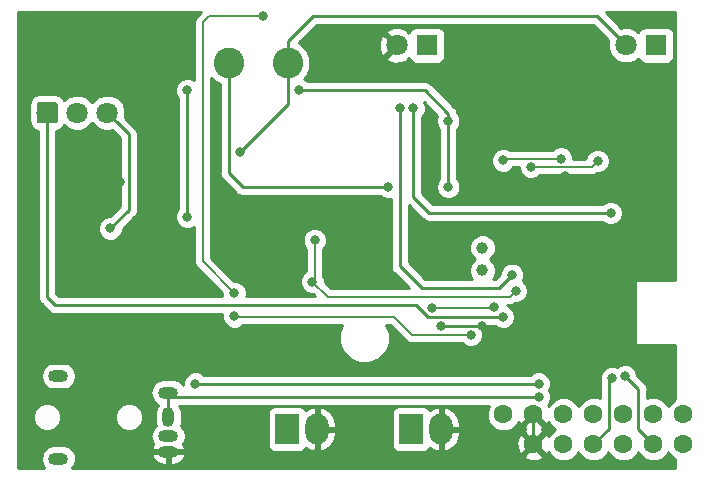
<source format=gbl>
G04 #@! TF.GenerationSoftware,KiCad,Pcbnew,5.0.2-bee76a0~70~ubuntu16.04.1*
G04 #@! TF.CreationDate,2019-02-21T17:51:56+05:30*
G04 #@! TF.ProjectId,senseBe_rev2,73656e73-6542-4655-9f72-6576322e6b69,rev?*
G04 #@! TF.SameCoordinates,Original*
G04 #@! TF.FileFunction,Copper,L2,Bot*
G04 #@! TF.FilePolarity,Positive*
%FSLAX46Y46*%
G04 Gerber Fmt 4.6, Leading zero omitted, Abs format (unit mm)*
G04 Created by KiCad (PCBNEW 5.0.2-bee76a0~70~ubuntu16.04.1) date Thu Feb 21 17:51:56 2019*
%MOMM*%
%LPD*%
G01*
G04 APERTURE LIST*
G04 #@! TA.AperFunction,ComponentPad*
%ADD10R,2.000000X2.600000*%
G04 #@! TD*
G04 #@! TA.AperFunction,ComponentPad*
%ADD11O,2.000000X2.600000*%
G04 #@! TD*
G04 #@! TA.AperFunction,ComponentPad*
%ADD12C,2.600000*%
G04 #@! TD*
G04 #@! TA.AperFunction,Conductor*
%ADD13C,0.100000*%
G04 #@! TD*
G04 #@! TA.AperFunction,ComponentPad*
%ADD14C,1.800000*%
G04 #@! TD*
G04 #@! TA.AperFunction,ComponentPad*
%ADD15R,1.800000X1.800000*%
G04 #@! TD*
G04 #@! TA.AperFunction,ComponentPad*
%ADD16O,1.700000X1.000000*%
G04 #@! TD*
G04 #@! TA.AperFunction,ComponentPad*
%ADD17O,1.000000X1.700000*%
G04 #@! TD*
G04 #@! TA.AperFunction,WasherPad*
%ADD18C,1.600000*%
G04 #@! TD*
G04 #@! TA.AperFunction,ComponentPad*
%ADD19C,1.600000*%
G04 #@! TD*
G04 #@! TA.AperFunction,ComponentPad*
%ADD20C,1.000000*%
G04 #@! TD*
G04 #@! TA.AperFunction,ViaPad*
%ADD21C,0.800000*%
G04 #@! TD*
G04 #@! TA.AperFunction,Conductor*
%ADD22C,0.250000*%
G04 #@! TD*
G04 #@! TA.AperFunction,Conductor*
%ADD23C,0.150000*%
G04 #@! TD*
G04 #@! TA.AperFunction,Conductor*
%ADD24C,0.254000*%
G04 #@! TD*
G04 APERTURE END LIST*
D10*
G04 #@! TO.P,SW2,1*
G04 #@! TO.N,/BUTTON*
X33960000Y-36000000D03*
D11*
G04 #@! TO.P,SW2,2*
G04 #@! TO.N,GND*
X36500000Y-36000000D03*
G04 #@! TD*
D10*
G04 #@! TO.P,BT1,1*
G04 #@! TO.N,Net-(BT1-Pad1)*
X23460000Y-36000000D03*
D11*
G04 #@! TO.P,BT1,2*
G04 #@! TO.N,GND*
X26000000Y-36000000D03*
G04 #@! TD*
D12*
G04 #@! TO.P,L3,1*
G04 #@! TO.N,Net-(L3-Pad1)*
X18500000Y-5000000D03*
G04 #@! TO.P,L3,2*
G04 #@! TO.N,/Sheet5C63BFE7/VLED*
X23500000Y-5000000D03*
G04 #@! TD*
D13*
G04 #@! TO.N,/RX_OUT*
G04 #@! TO.C,U2*
G36*
X3824324Y-8301205D02*
X3848612Y-8304808D01*
X3872429Y-8310774D01*
X3895547Y-8319045D01*
X3917743Y-8329543D01*
X3938804Y-8342166D01*
X3958525Y-8356793D01*
X3976718Y-8373282D01*
X3993207Y-8391475D01*
X4007834Y-8411196D01*
X4020457Y-8432257D01*
X4030955Y-8454453D01*
X4039226Y-8477571D01*
X4045192Y-8501388D01*
X4048795Y-8525676D01*
X4050000Y-8550200D01*
X4050000Y-9849800D01*
X4048795Y-9874324D01*
X4045192Y-9898612D01*
X4039226Y-9922429D01*
X4030955Y-9945547D01*
X4020457Y-9967743D01*
X4007834Y-9988804D01*
X3993207Y-10008525D01*
X3976718Y-10026718D01*
X3958525Y-10043207D01*
X3938804Y-10057834D01*
X3917743Y-10070457D01*
X3895547Y-10080955D01*
X3872429Y-10089226D01*
X3848612Y-10095192D01*
X3824324Y-10098795D01*
X3799800Y-10100000D01*
X2500200Y-10100000D01*
X2475676Y-10098795D01*
X2451388Y-10095192D01*
X2427571Y-10089226D01*
X2404453Y-10080955D01*
X2382257Y-10070457D01*
X2361196Y-10057834D01*
X2341475Y-10043207D01*
X2323282Y-10026718D01*
X2306793Y-10008525D01*
X2292166Y-9988804D01*
X2279543Y-9967743D01*
X2269045Y-9945547D01*
X2260774Y-9922429D01*
X2254808Y-9898612D01*
X2251205Y-9874324D01*
X2250000Y-9849800D01*
X2250000Y-8550200D01*
X2251205Y-8525676D01*
X2254808Y-8501388D01*
X2260774Y-8477571D01*
X2269045Y-8454453D01*
X2279543Y-8432257D01*
X2292166Y-8411196D01*
X2306793Y-8391475D01*
X2323282Y-8373282D01*
X2341475Y-8356793D01*
X2361196Y-8342166D01*
X2382257Y-8329543D01*
X2404453Y-8319045D01*
X2427571Y-8310774D01*
X2451388Y-8304808D01*
X2475676Y-8301205D01*
X2500200Y-8300000D01*
X3799800Y-8300000D01*
X3824324Y-8301205D01*
X3824324Y-8301205D01*
G37*
D14*
G04 #@! TD*
G04 #@! TO.P,U2,1*
G04 #@! TO.N,/RX_OUT*
X3150000Y-9200000D03*
G04 #@! TO.P,U2,2*
G04 #@! TO.N,Net-(Q3-Pad1)*
X5690000Y-9200000D03*
G04 #@! TO.P,U2,3*
G04 #@! TO.N,VDD*
X8230000Y-9200000D03*
G04 #@! TD*
D15*
G04 #@! TO.P,D2,1*
G04 #@! TO.N,/LIGHT_SENSE*
X35300000Y-3500000D03*
D14*
G04 #@! TO.P,D2,2*
G04 #@! TO.N,GND*
X32760000Y-3500000D03*
G04 #@! TD*
G04 #@! TO.P,D3,2*
G04 #@! TO.N,/Sheet5C63BFE7/VLED*
X52160000Y-3500000D03*
D15*
G04 #@! TO.P,D3,1*
G04 #@! TO.N,Net-(D3-Pad1)*
X54700000Y-3500000D03*
G04 #@! TD*
D16*
G04 #@! TO.P,J1,1*
G04 #@! TO.N,GND*
X13400000Y-37900000D03*
D17*
G04 #@! TO.P,J1,2*
G04 #@! TO.N,/TRIGGER*
X13400000Y-35000000D03*
D16*
G04 #@! TO.P,J1,3*
G04 #@! TO.N,/FOCUS*
X13400000Y-36600000D03*
G04 #@! TO.P,J1,4*
G04 #@! TO.N,/TRIGGER*
X13400000Y-32900000D03*
G04 #@! TO.P,J1,*
G04 #@! TO.N,*
X4100000Y-38500000D03*
X4100000Y-31500000D03*
G04 #@! TD*
D18*
G04 #@! TO.P,P1,*
G04 #@! TO.N,*
X41780000Y-34730000D03*
X57020000Y-37270000D03*
D19*
G04 #@! TO.P,P1,1*
G04 #@! TO.N,/SWDIO*
X54480000Y-34730000D03*
G04 #@! TO.P,P1,3*
G04 #@! TO.N,/SWDCLK*
X51940000Y-34730000D03*
G04 #@! TO.P,P1,5*
G04 #@! TO.N,/RESET*
X49400000Y-34730000D03*
G04 #@! TO.P,P1,7*
G04 #@! TO.N,/GPIO2*
X46860000Y-34730000D03*
G04 #@! TO.P,P1,9*
G04 #@! TO.N,GND*
X44320000Y-34730000D03*
G04 #@! TO.P,P1,10*
X44320000Y-37270000D03*
G04 #@! TO.P,P1,8*
G04 #@! TO.N,/RX*
X46860000Y-37270000D03*
G04 #@! TO.P,P1,6*
G04 #@! TO.N,/GPIO1*
X49400000Y-37270000D03*
G04 #@! TO.P,P1,4*
G04 #@! TO.N,VDD*
X51940000Y-37270000D03*
G04 #@! TO.P,P1,2*
G04 #@! TO.N,/TX*
X54480000Y-37270000D03*
D18*
G04 #@! TO.P,P1,*
G04 #@! TO.N,*
X57020000Y-34730000D03*
G04 #@! TD*
D20*
G04 #@! TO.P,Y1,1*
G04 #@! TO.N,/LFCLK_XL1*
X40000000Y-20650000D03*
G04 #@! TO.P,Y1,2*
G04 #@! TO.N,/LFCLK_XL2*
X40000000Y-22550000D03*
G04 #@! TD*
D21*
G04 #@! TO.N,GND*
X46500000Y-22500000D03*
X50500000Y-27500000D03*
X50500000Y-22500000D03*
X46450000Y-27500000D03*
X23400000Y-23300000D03*
X37000000Y-20250000D03*
X43000000Y-30500000D03*
X44000000Y-30500000D03*
X43000000Y-29500000D03*
X43000000Y-19525000D03*
X44000000Y-19525000D03*
X43000000Y-20500000D03*
X55800000Y-31000000D03*
X55800000Y-31800000D03*
X55800000Y-18750000D03*
X55800000Y-17950000D03*
X55000000Y-17950000D03*
X55000000Y-18750000D03*
X48500000Y-25000000D03*
X52000000Y-25000000D03*
X53500000Y-22500000D03*
X54800000Y-21750000D03*
X55650000Y-21750000D03*
X55650000Y-22850000D03*
X54800000Y-22850000D03*
X22000000Y-31000000D03*
X27200000Y-17725000D03*
X47000000Y-14575000D03*
X50650000Y-16300000D03*
X50800000Y-9900000D03*
X38900000Y-12600000D03*
X39148708Y-15754740D03*
X39950000Y-27250000D03*
X36500000Y-27250000D03*
G04 #@! TO.N,VDD*
X8500000Y-19000000D03*
G04 #@! TO.N,/Sheet5C63BFE7/VLED*
X19500000Y-12500000D03*
G04 #@! TO.N,Net-(C11-Pad2)*
X37100000Y-15500000D03*
X24500000Y-7300000D03*
X15000000Y-7300000D03*
X15000000Y-18000000D03*
X37100000Y-9900000D03*
G04 #@! TO.N,/LIGHT_SENSE*
X50850000Y-17700000D03*
X34150000Y-8850000D03*
G04 #@! TO.N,Net-(D3-Pad1)*
X39000000Y-28000000D03*
X19000000Y-26450000D03*
X19000000Y-24500000D03*
X21450000Y-1000000D03*
G04 #@! TO.N,/TRIGGER*
X44750000Y-33250000D03*
G04 #@! TO.N,/FOCUS*
X44750000Y-32150000D03*
X15700000Y-32150000D03*
G04 #@! TO.N,Net-(L3-Pad1)*
X32000000Y-15500000D03*
G04 #@! TO.N,/GPIO1*
X50957653Y-31657653D03*
G04 #@! TO.N,/TX*
X52075000Y-31500000D03*
G04 #@! TO.N,/LED_GREEN*
X42800000Y-24300000D03*
X25600000Y-23500000D03*
X25800000Y-20000000D03*
G04 #@! TO.N,/IR_LED_EN*
X35700000Y-25750000D03*
X41000000Y-25650000D03*
G04 #@! TO.N,Net-(Q4-Pad6)*
X41750000Y-13250000D03*
X46650000Y-13100000D03*
G04 #@! TO.N,/PWR1*
X44100000Y-13800000D03*
X49750000Y-13300000D03*
G04 #@! TO.N,/LIGHT_SENSE_EN*
X42500000Y-22925000D03*
X33000000Y-8850000D03*
G04 #@! TO.N,/RX_OUT*
X41750000Y-26500000D03*
G04 #@! TO.N,GND*
X6586280Y-16357640D03*
X9319320Y-15036840D03*
G04 #@! TD*
D22*
G04 #@! TO.N,GND*
X44320000Y-35861370D02*
X44320000Y-37270000D01*
X44320000Y-34730000D02*
X44320000Y-35861370D01*
X43000000Y-30500000D02*
X44000000Y-30500000D01*
X43000000Y-19525000D02*
X44000000Y-19525000D01*
X43000000Y-19525000D02*
X43000000Y-20500000D01*
X43025000Y-20500000D02*
X44000000Y-19525000D01*
X43000000Y-20500000D02*
X43025000Y-20500000D01*
X43000000Y-30500000D02*
X43000000Y-29500000D01*
X44000000Y-30500000D02*
X43000000Y-29500000D01*
X55800000Y-31000000D02*
X55800000Y-31800000D01*
X55800000Y-18750000D02*
X55800000Y-17950000D01*
X55800000Y-17950000D02*
X55000000Y-17950000D01*
X55000000Y-17950000D02*
X55000000Y-18750000D01*
X55000000Y-18750000D02*
X55800000Y-18750000D01*
X44565685Y-19525000D02*
X45390685Y-20350000D01*
X44000000Y-19525000D02*
X44565685Y-19525000D01*
X45390685Y-21390685D02*
X46500000Y-22500000D01*
X45390685Y-20350000D02*
X45390685Y-21390685D01*
X46899999Y-22899999D02*
X50100001Y-22899999D01*
X50100001Y-22899999D02*
X50500000Y-22500000D01*
X46500000Y-22500000D02*
X46899999Y-22899999D01*
X46500000Y-27450000D02*
X46450000Y-27500000D01*
X46500000Y-22500000D02*
X46500000Y-27450000D01*
X47015685Y-27500000D02*
X50500000Y-27500000D01*
X46450000Y-27500000D02*
X47015685Y-27500000D01*
X48500000Y-25500000D02*
X48500000Y-25000000D01*
X50500000Y-27500000D02*
X48500000Y-25500000D01*
X48500000Y-25000000D02*
X52000000Y-25000000D01*
X50500000Y-22500000D02*
X53500000Y-22500000D01*
X54050000Y-22500000D02*
X54800000Y-21750000D01*
X53500000Y-22500000D02*
X54050000Y-22500000D01*
X54800000Y-21750000D02*
X55650000Y-21750000D01*
X55650000Y-21750000D02*
X55650000Y-22850000D01*
X55650000Y-22850000D02*
X54800000Y-22850000D01*
X37065685Y-27250000D02*
X39950000Y-27250000D01*
X36500000Y-27250000D02*
X37065685Y-27250000D01*
G04 #@! TO.N,/Sheet5C63BFE7/VLED*
X23500000Y-8500000D02*
X23500000Y-5000000D01*
X19500000Y-12500000D02*
X23500000Y-8500000D01*
X23500000Y-3161523D02*
X25661523Y-1000000D01*
X23500000Y-5000000D02*
X23500000Y-3161523D01*
X49660000Y-1000000D02*
X52160000Y-3500000D01*
X25661523Y-1000000D02*
X49660000Y-1000000D01*
G04 #@! TO.N,Net-(C11-Pad2)*
X35100000Y-7300000D02*
X24500000Y-7300000D01*
X37100000Y-9300000D02*
X35100000Y-7300000D01*
X15000000Y-7300000D02*
X15000000Y-18000000D01*
X37100000Y-9900000D02*
X37100000Y-9300000D01*
X37100000Y-15500000D02*
X37100000Y-9900000D01*
G04 #@! TO.N,/LIGHT_SENSE*
X50850000Y-17700000D02*
X35500000Y-17700000D01*
X34150000Y-16350000D02*
X34150000Y-8850000D01*
X35500000Y-17700000D02*
X34150000Y-16350000D01*
D23*
G04 #@! TO.N,Net-(D3-Pad1)*
X39000000Y-28000000D02*
X34000000Y-28000000D01*
X19024999Y-26474999D02*
X19000000Y-26450000D01*
X32474999Y-26474999D02*
X19024999Y-26474999D01*
X34000000Y-28000000D02*
X32474999Y-26474999D01*
X19000000Y-24500000D02*
X16300000Y-21800000D01*
X16300000Y-21800000D02*
X16300000Y-1550000D01*
X16300000Y-1550000D02*
X16850000Y-1000000D01*
X16850000Y-1000000D02*
X21450000Y-1000000D01*
D22*
G04 #@! TO.N,/TRIGGER*
X13750000Y-33250000D02*
X13400000Y-32900000D01*
X21800000Y-33250000D02*
X13750000Y-33250000D01*
X13400000Y-35000000D02*
X13400000Y-32900000D01*
X21800000Y-33250000D02*
X44750000Y-33250000D01*
G04 #@! TO.N,/FOCUS*
X44750000Y-32150000D02*
X15700000Y-32150000D01*
G04 #@! TO.N,Net-(L3-Pad1)*
X18500000Y-5000000D02*
X18500000Y-14300000D01*
X18500000Y-14300000D02*
X19700000Y-15500000D01*
X19700000Y-15500000D02*
X32000000Y-15500000D01*
G04 #@! TO.N,/GPIO1*
X49400000Y-37270000D02*
X50700000Y-35970000D01*
X50700000Y-31915306D02*
X50957653Y-31657653D01*
X50700000Y-35970000D02*
X50700000Y-31915306D01*
G04 #@! TO.N,/TX*
X53200000Y-35990000D02*
X54480000Y-37270000D01*
X53200000Y-34200000D02*
X53200000Y-35990000D01*
X53200000Y-32625000D02*
X52075000Y-31500000D01*
X53200000Y-34200000D02*
X53200000Y-32625000D01*
D23*
G04 #@! TO.N,/LED_GREEN*
X42800000Y-24300000D02*
X42300000Y-24800000D01*
X42300000Y-24800000D02*
X26900000Y-24800000D01*
X26900000Y-24800000D02*
X25600000Y-23500000D01*
X25800000Y-23300000D02*
X25600000Y-23500000D01*
X25800000Y-20000000D02*
X25800000Y-23300000D01*
G04 #@! TO.N,/IR_LED_EN*
X40900000Y-25750000D02*
X41000000Y-25650000D01*
X35700000Y-25750000D02*
X40900000Y-25750000D01*
G04 #@! TO.N,Net-(Q4-Pad6)*
X41900000Y-13100000D02*
X41750000Y-13250000D01*
X46650000Y-13100000D02*
X41900000Y-13100000D01*
G04 #@! TO.N,/PWR1*
X49250000Y-13800000D02*
X49750000Y-13300000D01*
X44100000Y-13800000D02*
X49250000Y-13800000D01*
D22*
G04 #@! TO.N,/LIGHT_SENSE_EN*
X42500000Y-22925000D02*
X41375000Y-24050000D01*
X41375000Y-24050000D02*
X34850000Y-24050000D01*
X34850000Y-24050000D02*
X33000000Y-22200000D01*
X33000000Y-22200000D02*
X33000000Y-8850000D01*
G04 #@! TO.N,/RX_OUT*
X35376998Y-26500000D02*
X34376998Y-25500000D01*
X41750000Y-26500000D02*
X35376998Y-26500000D01*
X34376998Y-25500000D02*
X3800000Y-25500000D01*
X3150000Y-24850000D02*
X3150000Y-9200000D01*
X3800000Y-25500000D02*
X3150000Y-24850000D01*
G04 #@! TO.N,GND*
X26000000Y-37550000D02*
X26000000Y-36000000D01*
X25650000Y-37900000D02*
X26000000Y-37550000D01*
X13400000Y-37900000D02*
X25650000Y-37900000D01*
X6586280Y-16357640D02*
X7907080Y-15036840D01*
X7907080Y-15036840D02*
X9319320Y-15036840D01*
G04 #@! TO.N,VDD*
X9129999Y-10099999D02*
X8230000Y-9200000D01*
X10044322Y-11014322D02*
X9129999Y-10099999D01*
X8500000Y-19000000D02*
X10044322Y-17455678D01*
X10044322Y-17455678D02*
X10044322Y-11014322D01*
G04 #@! TD*
D24*
G04 #@! TO.N,GND*
G36*
X15847402Y-998508D02*
X15788120Y-1038119D01*
X15748510Y-1097400D01*
X15631196Y-1272972D01*
X15576091Y-1550000D01*
X15590001Y-1619929D01*
X15590001Y-6426290D01*
X15586280Y-6422569D01*
X15205874Y-6265000D01*
X14794126Y-6265000D01*
X14413720Y-6422569D01*
X14122569Y-6713720D01*
X13965000Y-7094126D01*
X13965000Y-7505874D01*
X14122569Y-7886280D01*
X14240000Y-8003711D01*
X14240001Y-17296288D01*
X14122569Y-17413720D01*
X13965000Y-17794126D01*
X13965000Y-18205874D01*
X14122569Y-18586280D01*
X14413720Y-18877431D01*
X14794126Y-19035000D01*
X15205874Y-19035000D01*
X15586280Y-18877431D01*
X15590000Y-18873711D01*
X15590000Y-21730076D01*
X15576091Y-21800000D01*
X15590000Y-21869924D01*
X15590000Y-21869925D01*
X15631195Y-22077027D01*
X15788119Y-22311880D01*
X15847402Y-22351492D01*
X17965000Y-24469092D01*
X17965000Y-24705874D01*
X17979135Y-24740000D01*
X4114802Y-24740000D01*
X3910000Y-24535199D01*
X3910000Y-10725520D01*
X4143312Y-10679111D01*
X4434527Y-10484527D01*
X4582401Y-10263218D01*
X4820493Y-10501310D01*
X5384670Y-10735000D01*
X5995330Y-10735000D01*
X6559507Y-10501310D01*
X6960000Y-10100817D01*
X7360493Y-10501310D01*
X7924670Y-10735000D01*
X8535330Y-10735000D01*
X8644838Y-10689640D01*
X8645526Y-10690328D01*
X8645529Y-10690330D01*
X9284323Y-11329125D01*
X9284322Y-17140876D01*
X8460199Y-17965000D01*
X8294126Y-17965000D01*
X7913720Y-18122569D01*
X7622569Y-18413720D01*
X7465000Y-18794126D01*
X7465000Y-19205874D01*
X7622569Y-19586280D01*
X7913720Y-19877431D01*
X8294126Y-20035000D01*
X8705874Y-20035000D01*
X9086280Y-19877431D01*
X9377431Y-19586280D01*
X9535000Y-19205874D01*
X9535000Y-19039801D01*
X10528795Y-18046007D01*
X10592251Y-18003607D01*
X10760226Y-17752215D01*
X10804322Y-17530530D01*
X10804322Y-17530526D01*
X10819210Y-17455679D01*
X10804322Y-17380832D01*
X10804322Y-11089169D01*
X10819210Y-11014322D01*
X10804322Y-10939475D01*
X10804322Y-10939470D01*
X10760226Y-10717785D01*
X10592251Y-10466393D01*
X10528795Y-10423993D01*
X9720330Y-9615529D01*
X9720328Y-9615526D01*
X9719640Y-9614838D01*
X9765000Y-9505330D01*
X9765000Y-8894670D01*
X9531310Y-8330493D01*
X9099507Y-7898690D01*
X8535330Y-7665000D01*
X7924670Y-7665000D01*
X7360493Y-7898690D01*
X6960000Y-8299183D01*
X6559507Y-7898690D01*
X5995330Y-7665000D01*
X5384670Y-7665000D01*
X4820493Y-7898690D01*
X4582401Y-8136782D01*
X4434527Y-7915473D01*
X4143312Y-7720889D01*
X3799800Y-7652560D01*
X2500200Y-7652560D01*
X2156688Y-7720889D01*
X1865473Y-7915473D01*
X1670889Y-8206688D01*
X1602560Y-8550200D01*
X1602560Y-9849800D01*
X1670889Y-10193312D01*
X1865473Y-10484527D01*
X2156688Y-10679111D01*
X2390001Y-10725520D01*
X2390000Y-24775153D01*
X2375112Y-24850000D01*
X2390000Y-24924847D01*
X2390000Y-24924851D01*
X2434096Y-25146536D01*
X2602071Y-25397929D01*
X2665530Y-25440331D01*
X3209670Y-25984472D01*
X3252071Y-26047929D01*
X3315527Y-26090329D01*
X3503462Y-26215904D01*
X3551605Y-26225480D01*
X3725148Y-26260000D01*
X3725152Y-26260000D01*
X3800000Y-26274888D01*
X3874848Y-26260000D01*
X17965000Y-26260000D01*
X17965000Y-26655874D01*
X18122569Y-27036280D01*
X18413720Y-27327431D01*
X18794126Y-27485000D01*
X19205874Y-27485000D01*
X19586280Y-27327431D01*
X19728712Y-27184999D01*
X28130230Y-27184999D01*
X27865000Y-27825322D01*
X27865000Y-28674678D01*
X28190034Y-29459380D01*
X28790620Y-30059966D01*
X29575322Y-30385000D01*
X30424678Y-30385000D01*
X31209380Y-30059966D01*
X31809966Y-29459380D01*
X32135000Y-28674678D01*
X32135000Y-27825322D01*
X31869770Y-27184999D01*
X32180909Y-27184999D01*
X33448508Y-28452599D01*
X33488119Y-28511881D01*
X33722972Y-28668805D01*
X33930074Y-28710000D01*
X33930078Y-28710000D01*
X33999999Y-28723908D01*
X34069920Y-28710000D01*
X38246289Y-28710000D01*
X38413720Y-28877431D01*
X38794126Y-29035000D01*
X39205874Y-29035000D01*
X39586280Y-28877431D01*
X39877431Y-28586280D01*
X40035000Y-28205874D01*
X40035000Y-27794126D01*
X39877431Y-27413720D01*
X39723711Y-27260000D01*
X41046289Y-27260000D01*
X41163720Y-27377431D01*
X41544126Y-27535000D01*
X41955874Y-27535000D01*
X42336280Y-27377431D01*
X42627431Y-27086280D01*
X42785000Y-26705874D01*
X42785000Y-26294126D01*
X42627431Y-25913720D01*
X42336280Y-25622569D01*
X42064514Y-25510000D01*
X42230076Y-25510000D01*
X42300000Y-25523909D01*
X42369924Y-25510000D01*
X42369926Y-25510000D01*
X42577028Y-25468805D01*
X42777281Y-25335000D01*
X43005874Y-25335000D01*
X43386280Y-25177431D01*
X43677431Y-24886280D01*
X43835000Y-24505874D01*
X43835000Y-24094126D01*
X43677431Y-23713720D01*
X43406006Y-23442295D01*
X43535000Y-23130874D01*
X43535000Y-22719126D01*
X43377431Y-22338720D01*
X43086280Y-22047569D01*
X42705874Y-21890000D01*
X42294126Y-21890000D01*
X41913720Y-22047569D01*
X41622569Y-22338720D01*
X41465000Y-22719126D01*
X41465000Y-22885198D01*
X41060199Y-23290000D01*
X40865133Y-23290000D01*
X40962207Y-23192926D01*
X41135000Y-22775766D01*
X41135000Y-22324234D01*
X40962207Y-21907074D01*
X40655133Y-21600000D01*
X40962207Y-21292926D01*
X41135000Y-20875766D01*
X41135000Y-20424234D01*
X40962207Y-20007074D01*
X40642926Y-19687793D01*
X40225766Y-19515000D01*
X39774234Y-19515000D01*
X39357074Y-19687793D01*
X39037793Y-20007074D01*
X38865000Y-20424234D01*
X38865000Y-20875766D01*
X39037793Y-21292926D01*
X39344867Y-21600000D01*
X39037793Y-21907074D01*
X38865000Y-22324234D01*
X38865000Y-22775766D01*
X39037793Y-23192926D01*
X39134867Y-23290000D01*
X35164802Y-23290000D01*
X33760000Y-21885199D01*
X33760000Y-17034801D01*
X34909673Y-18184476D01*
X34952071Y-18247929D01*
X35015524Y-18290327D01*
X35015526Y-18290329D01*
X35140902Y-18374102D01*
X35203463Y-18415904D01*
X35425148Y-18460000D01*
X35425152Y-18460000D01*
X35499999Y-18474888D01*
X35574846Y-18460000D01*
X50146289Y-18460000D01*
X50263720Y-18577431D01*
X50644126Y-18735000D01*
X51055874Y-18735000D01*
X51436280Y-18577431D01*
X51727431Y-18286280D01*
X51885000Y-17905874D01*
X51885000Y-17494126D01*
X51727431Y-17113720D01*
X51436280Y-16822569D01*
X51055874Y-16665000D01*
X50644126Y-16665000D01*
X50263720Y-16822569D01*
X50146289Y-16940000D01*
X35814803Y-16940000D01*
X34910000Y-16035199D01*
X34910000Y-9553711D01*
X35027431Y-9436280D01*
X35185000Y-9055874D01*
X35185000Y-8644126D01*
X35054663Y-8329464D01*
X36168779Y-9443581D01*
X36065000Y-9694126D01*
X36065000Y-10105874D01*
X36222569Y-10486280D01*
X36340001Y-10603712D01*
X36340000Y-14796289D01*
X36222569Y-14913720D01*
X36065000Y-15294126D01*
X36065000Y-15705874D01*
X36222569Y-16086280D01*
X36513720Y-16377431D01*
X36894126Y-16535000D01*
X37305874Y-16535000D01*
X37686280Y-16377431D01*
X37977431Y-16086280D01*
X38135000Y-15705874D01*
X38135000Y-15294126D01*
X37977431Y-14913720D01*
X37860000Y-14796289D01*
X37860000Y-13044126D01*
X40715000Y-13044126D01*
X40715000Y-13455874D01*
X40872569Y-13836280D01*
X41163720Y-14127431D01*
X41544126Y-14285000D01*
X41955874Y-14285000D01*
X42336280Y-14127431D01*
X42627431Y-13836280D01*
X42638317Y-13810000D01*
X43065000Y-13810000D01*
X43065000Y-14005874D01*
X43222569Y-14386280D01*
X43513720Y-14677431D01*
X43894126Y-14835000D01*
X44305874Y-14835000D01*
X44686280Y-14677431D01*
X44853711Y-14510000D01*
X49180076Y-14510000D01*
X49250000Y-14523909D01*
X49319924Y-14510000D01*
X49319926Y-14510000D01*
X49527028Y-14468805D01*
X49727281Y-14335000D01*
X49955874Y-14335000D01*
X50336280Y-14177431D01*
X50627431Y-13886280D01*
X50785000Y-13505874D01*
X50785000Y-13094126D01*
X50627431Y-12713720D01*
X50336280Y-12422569D01*
X49955874Y-12265000D01*
X49544126Y-12265000D01*
X49163720Y-12422569D01*
X48872569Y-12713720D01*
X48716709Y-13090000D01*
X47685000Y-13090000D01*
X47685000Y-12894126D01*
X47527431Y-12513720D01*
X47236280Y-12222569D01*
X46855874Y-12065000D01*
X46444126Y-12065000D01*
X46063720Y-12222569D01*
X45896289Y-12390000D01*
X42353711Y-12390000D01*
X42336280Y-12372569D01*
X41955874Y-12215000D01*
X41544126Y-12215000D01*
X41163720Y-12372569D01*
X40872569Y-12663720D01*
X40715000Y-13044126D01*
X37860000Y-13044126D01*
X37860000Y-10603711D01*
X37977431Y-10486280D01*
X38135000Y-10105874D01*
X38135000Y-9694126D01*
X37977431Y-9313720D01*
X37852834Y-9189123D01*
X37815904Y-9003463D01*
X37647929Y-8752071D01*
X37584473Y-8709671D01*
X35690331Y-6815530D01*
X35647929Y-6752071D01*
X35396537Y-6584096D01*
X35174852Y-6540000D01*
X35174847Y-6540000D01*
X35100000Y-6525112D01*
X35025153Y-6540000D01*
X25203711Y-6540000D01*
X25086280Y-6422569D01*
X24893703Y-6342801D01*
X25140414Y-6096090D01*
X25435000Y-5384895D01*
X25435000Y-4615105D01*
X25140414Y-3903910D01*
X24596090Y-3359586D01*
X24440985Y-3295339D01*
X24476988Y-3259336D01*
X31213542Y-3259336D01*
X31239161Y-3869460D01*
X31423357Y-4314148D01*
X31679841Y-4400554D01*
X32580395Y-3500000D01*
X31679841Y-2599446D01*
X31423357Y-2685852D01*
X31213542Y-3259336D01*
X24476988Y-3259336D01*
X25316483Y-2419841D01*
X31859446Y-2419841D01*
X32760000Y-3320395D01*
X32774143Y-3306253D01*
X32953748Y-3485858D01*
X32939605Y-3500000D01*
X32953748Y-3514143D01*
X32774143Y-3693748D01*
X32760000Y-3679605D01*
X31859446Y-4580159D01*
X31945852Y-4836643D01*
X32519336Y-5046458D01*
X33129460Y-5020839D01*
X33574148Y-4836643D01*
X33660553Y-4580161D01*
X33775110Y-4694718D01*
X33809942Y-4659886D01*
X33942191Y-4857809D01*
X34152235Y-4998157D01*
X34400000Y-5047440D01*
X36200000Y-5047440D01*
X36447765Y-4998157D01*
X36657809Y-4857809D01*
X36798157Y-4647765D01*
X36847440Y-4400000D01*
X36847440Y-2600000D01*
X36798157Y-2352235D01*
X36657809Y-2142191D01*
X36447765Y-2001843D01*
X36200000Y-1952560D01*
X34400000Y-1952560D01*
X34152235Y-2001843D01*
X33942191Y-2142191D01*
X33809942Y-2340114D01*
X33775110Y-2305282D01*
X33660553Y-2419839D01*
X33574148Y-2163357D01*
X33000664Y-1953542D01*
X32390540Y-1979161D01*
X31945852Y-2163357D01*
X31859446Y-2419841D01*
X25316483Y-2419841D01*
X25976325Y-1760000D01*
X49345199Y-1760000D01*
X50670360Y-3085162D01*
X50625000Y-3194670D01*
X50625000Y-3805330D01*
X50858690Y-4369507D01*
X51290493Y-4801310D01*
X51854670Y-5035000D01*
X52465330Y-5035000D01*
X53029507Y-4801310D01*
X53198725Y-4632092D01*
X53201843Y-4647765D01*
X53342191Y-4857809D01*
X53552235Y-4998157D01*
X53800000Y-5047440D01*
X55600000Y-5047440D01*
X55847765Y-4998157D01*
X56057809Y-4857809D01*
X56198157Y-4647765D01*
X56247440Y-4400000D01*
X56247440Y-2600000D01*
X56198157Y-2352235D01*
X56057809Y-2142191D01*
X55847765Y-2001843D01*
X55600000Y-1952560D01*
X53800000Y-1952560D01*
X53552235Y-2001843D01*
X53342191Y-2142191D01*
X53201843Y-2352235D01*
X53198725Y-2367908D01*
X53029507Y-2198690D01*
X52465330Y-1965000D01*
X51854670Y-1965000D01*
X51745162Y-2010360D01*
X50444801Y-710000D01*
X56323000Y-710000D01*
X56323000Y-23373000D01*
X53000000Y-23373000D01*
X52951399Y-23382667D01*
X52910197Y-23410197D01*
X52882667Y-23451399D01*
X52873000Y-23500000D01*
X52873000Y-28750000D01*
X52882667Y-28798601D01*
X52910197Y-28839803D01*
X52951399Y-28867333D01*
X53000000Y-28877000D01*
X56323000Y-28877000D01*
X56323000Y-33465474D01*
X56207138Y-33513466D01*
X55803466Y-33917138D01*
X55750000Y-34046216D01*
X55696534Y-33917138D01*
X55292862Y-33513466D01*
X54765439Y-33295000D01*
X54194561Y-33295000D01*
X53960000Y-33392158D01*
X53960000Y-32699846D01*
X53974888Y-32624999D01*
X53960000Y-32550152D01*
X53960000Y-32550148D01*
X53915904Y-32328463D01*
X53747929Y-32077071D01*
X53684473Y-32034671D01*
X53110000Y-31460199D01*
X53110000Y-31294126D01*
X52952431Y-30913720D01*
X52661280Y-30622569D01*
X52280874Y-30465000D01*
X51869126Y-30465000D01*
X51488720Y-30622569D01*
X51393414Y-30717875D01*
X51163527Y-30622653D01*
X50751779Y-30622653D01*
X50371373Y-30780222D01*
X50080222Y-31071373D01*
X49922653Y-31451779D01*
X49922653Y-31863527D01*
X49931272Y-31884336D01*
X49925112Y-31915306D01*
X49940001Y-31990158D01*
X49940001Y-33400443D01*
X49685439Y-33295000D01*
X49114561Y-33295000D01*
X48587138Y-33513466D01*
X48183466Y-33917138D01*
X48130000Y-34046216D01*
X48076534Y-33917138D01*
X47672862Y-33513466D01*
X47145439Y-33295000D01*
X46574561Y-33295000D01*
X46047138Y-33513466D01*
X45643466Y-33917138D01*
X45596475Y-34030583D01*
X45573864Y-33975995D01*
X45507658Y-33956053D01*
X45627431Y-33836280D01*
X45785000Y-33455874D01*
X45785000Y-33044126D01*
X45642459Y-32700000D01*
X45785000Y-32355874D01*
X45785000Y-31944126D01*
X45627431Y-31563720D01*
X45336280Y-31272569D01*
X44955874Y-31115000D01*
X44544126Y-31115000D01*
X44163720Y-31272569D01*
X44046289Y-31390000D01*
X16403711Y-31390000D01*
X16286280Y-31272569D01*
X15905874Y-31115000D01*
X15494126Y-31115000D01*
X15113720Y-31272569D01*
X14822569Y-31563720D01*
X14665000Y-31944126D01*
X14665000Y-32226449D01*
X14568289Y-32081711D01*
X14192855Y-31830854D01*
X13861783Y-31765000D01*
X12938217Y-31765000D01*
X12607145Y-31830854D01*
X12231711Y-32081711D01*
X11980854Y-32457145D01*
X11892765Y-32900000D01*
X11980854Y-33342855D01*
X12231711Y-33718289D01*
X12526075Y-33914977D01*
X12330854Y-34207145D01*
X12265000Y-34538217D01*
X12265000Y-35461782D01*
X12317266Y-35724545D01*
X12231711Y-35781711D01*
X11980854Y-36157145D01*
X11892765Y-36600000D01*
X11980854Y-37042855D01*
X12123616Y-37256514D01*
X11955881Y-37598126D01*
X12082046Y-37773000D01*
X13273000Y-37773000D01*
X13273000Y-37753000D01*
X13527000Y-37753000D01*
X13527000Y-37773000D01*
X14717954Y-37773000D01*
X14844119Y-37598126D01*
X14676384Y-37256514D01*
X14819146Y-37042855D01*
X14907235Y-36600000D01*
X14819146Y-36157145D01*
X14568289Y-35781711D01*
X14482734Y-35724545D01*
X14535000Y-35461783D01*
X14535000Y-34700000D01*
X21812560Y-34700000D01*
X21812560Y-37300000D01*
X21861843Y-37547765D01*
X22002191Y-37757809D01*
X22212235Y-37898157D01*
X22460000Y-37947440D01*
X24460000Y-37947440D01*
X24707765Y-37898157D01*
X24917809Y-37757809D01*
X25025099Y-37597240D01*
X25491645Y-37859144D01*
X25619566Y-37890124D01*
X25873000Y-37770777D01*
X25873000Y-36127000D01*
X26127000Y-36127000D01*
X26127000Y-37770777D01*
X26380434Y-37890124D01*
X26508355Y-37859144D01*
X27066317Y-37545922D01*
X27461942Y-37043020D01*
X27635000Y-36427000D01*
X27635000Y-36127000D01*
X26127000Y-36127000D01*
X25873000Y-36127000D01*
X25853000Y-36127000D01*
X25853000Y-35873000D01*
X25873000Y-35873000D01*
X25873000Y-34229223D01*
X26127000Y-34229223D01*
X26127000Y-35873000D01*
X27635000Y-35873000D01*
X27635000Y-35573000D01*
X27461942Y-34956980D01*
X27259780Y-34700000D01*
X32312560Y-34700000D01*
X32312560Y-37300000D01*
X32361843Y-37547765D01*
X32502191Y-37757809D01*
X32712235Y-37898157D01*
X32960000Y-37947440D01*
X34960000Y-37947440D01*
X35207765Y-37898157D01*
X35417809Y-37757809D01*
X35525099Y-37597240D01*
X35991645Y-37859144D01*
X36119566Y-37890124D01*
X36373000Y-37770777D01*
X36373000Y-36127000D01*
X36627000Y-36127000D01*
X36627000Y-37770777D01*
X36880434Y-37890124D01*
X37008355Y-37859144D01*
X37566317Y-37545922D01*
X37953915Y-37053223D01*
X42873035Y-37053223D01*
X42900222Y-37623454D01*
X43066136Y-38024005D01*
X43312255Y-38098139D01*
X44140395Y-37270000D01*
X43312255Y-36441861D01*
X43066136Y-36515995D01*
X42873035Y-37053223D01*
X37953915Y-37053223D01*
X37961942Y-37043020D01*
X38135000Y-36427000D01*
X38135000Y-36127000D01*
X36627000Y-36127000D01*
X36373000Y-36127000D01*
X36353000Y-36127000D01*
X36353000Y-35873000D01*
X36373000Y-35873000D01*
X36373000Y-34229223D01*
X36627000Y-34229223D01*
X36627000Y-35873000D01*
X38135000Y-35873000D01*
X38135000Y-35573000D01*
X37961942Y-34956980D01*
X37566317Y-34454078D01*
X37008355Y-34140856D01*
X36880434Y-34109876D01*
X36627000Y-34229223D01*
X36373000Y-34229223D01*
X36119566Y-34109876D01*
X35991645Y-34140856D01*
X35525099Y-34402760D01*
X35417809Y-34242191D01*
X35207765Y-34101843D01*
X34960000Y-34052560D01*
X32960000Y-34052560D01*
X32712235Y-34101843D01*
X32502191Y-34242191D01*
X32361843Y-34452235D01*
X32312560Y-34700000D01*
X27259780Y-34700000D01*
X27066317Y-34454078D01*
X26508355Y-34140856D01*
X26380434Y-34109876D01*
X26127000Y-34229223D01*
X25873000Y-34229223D01*
X25619566Y-34109876D01*
X25491645Y-34140856D01*
X25025099Y-34402760D01*
X24917809Y-34242191D01*
X24707765Y-34101843D01*
X24460000Y-34052560D01*
X22460000Y-34052560D01*
X22212235Y-34101843D01*
X22002191Y-34242191D01*
X21861843Y-34452235D01*
X21812560Y-34700000D01*
X14535000Y-34700000D01*
X14535000Y-34538218D01*
X14469146Y-34207145D01*
X14337418Y-34010000D01*
X40525001Y-34010000D01*
X40345000Y-34444561D01*
X40345000Y-35015439D01*
X40563466Y-35542862D01*
X40967138Y-35946534D01*
X41494561Y-36165000D01*
X42065439Y-36165000D01*
X42592862Y-35946534D01*
X42801651Y-35737745D01*
X43491861Y-35737745D01*
X43565995Y-35983864D01*
X43607709Y-35998858D01*
X43565995Y-36016136D01*
X43491861Y-36262255D01*
X44320000Y-37090395D01*
X45148139Y-36262255D01*
X45074005Y-36016136D01*
X45032291Y-36001142D01*
X45074005Y-35983864D01*
X45148139Y-35737745D01*
X44320000Y-34909605D01*
X43491861Y-35737745D01*
X42801651Y-35737745D01*
X42996534Y-35542862D01*
X43043525Y-35429417D01*
X43066136Y-35484005D01*
X43312255Y-35558139D01*
X44140395Y-34730000D01*
X44126252Y-34715858D01*
X44305858Y-34536252D01*
X44320000Y-34550395D01*
X44334143Y-34536253D01*
X44513748Y-34715858D01*
X44499605Y-34730000D01*
X45327745Y-35558139D01*
X45573864Y-35484005D01*
X45594874Y-35425552D01*
X45643466Y-35542862D01*
X46047138Y-35946534D01*
X46176216Y-36000000D01*
X46047138Y-36053466D01*
X45643466Y-36457138D01*
X45596475Y-36570583D01*
X45573864Y-36515995D01*
X45327745Y-36441861D01*
X44499605Y-37270000D01*
X45327745Y-38098139D01*
X45573864Y-38024005D01*
X45594874Y-37965552D01*
X45643466Y-38082862D01*
X46047138Y-38486534D01*
X46574561Y-38705000D01*
X47145439Y-38705000D01*
X47672862Y-38486534D01*
X48076534Y-38082862D01*
X48130000Y-37953784D01*
X48183466Y-38082862D01*
X48587138Y-38486534D01*
X49114561Y-38705000D01*
X49685439Y-38705000D01*
X50212862Y-38486534D01*
X50616534Y-38082862D01*
X50670000Y-37953784D01*
X50723466Y-38082862D01*
X51127138Y-38486534D01*
X51654561Y-38705000D01*
X52225439Y-38705000D01*
X52752862Y-38486534D01*
X53156534Y-38082862D01*
X53210000Y-37953784D01*
X53263466Y-38082862D01*
X53667138Y-38486534D01*
X54194561Y-38705000D01*
X54765439Y-38705000D01*
X55292862Y-38486534D01*
X55696534Y-38082862D01*
X55750000Y-37953784D01*
X55803466Y-38082862D01*
X56207138Y-38486534D01*
X56323000Y-38534526D01*
X56323000Y-39290000D01*
X5287191Y-39290000D01*
X5519146Y-38942855D01*
X5607235Y-38500000D01*
X5547935Y-38201874D01*
X11955881Y-38201874D01*
X12157632Y-38612763D01*
X12498322Y-38900002D01*
X12923000Y-39035000D01*
X13273000Y-39035000D01*
X13273000Y-38027000D01*
X13527000Y-38027000D01*
X13527000Y-39035000D01*
X13877000Y-39035000D01*
X14301678Y-38900002D01*
X14642368Y-38612763D01*
X14806865Y-38277745D01*
X43491861Y-38277745D01*
X43565995Y-38523864D01*
X44103223Y-38716965D01*
X44673454Y-38689778D01*
X45074005Y-38523864D01*
X45148139Y-38277745D01*
X44320000Y-37449605D01*
X43491861Y-38277745D01*
X14806865Y-38277745D01*
X14844119Y-38201874D01*
X14717954Y-38027000D01*
X13527000Y-38027000D01*
X13273000Y-38027000D01*
X12082046Y-38027000D01*
X11955881Y-38201874D01*
X5547935Y-38201874D01*
X5519146Y-38057145D01*
X5268289Y-37681711D01*
X4892855Y-37430854D01*
X4561783Y-37365000D01*
X3638217Y-37365000D01*
X3307145Y-37430854D01*
X2931711Y-37681711D01*
X2680854Y-38057145D01*
X2592765Y-38500000D01*
X2680854Y-38942855D01*
X2912809Y-39290000D01*
X710000Y-39290000D01*
X710000Y-34764289D01*
X1915000Y-34764289D01*
X1915000Y-35235711D01*
X2095405Y-35671249D01*
X2428751Y-36004595D01*
X2864289Y-36185000D01*
X3335711Y-36185000D01*
X3771249Y-36004595D01*
X4104595Y-35671249D01*
X4285000Y-35235711D01*
X4285000Y-34764289D01*
X8915000Y-34764289D01*
X8915000Y-35235711D01*
X9095405Y-35671249D01*
X9428751Y-36004595D01*
X9864289Y-36185000D01*
X10335711Y-36185000D01*
X10771249Y-36004595D01*
X11104595Y-35671249D01*
X11285000Y-35235711D01*
X11285000Y-34764289D01*
X11104595Y-34328751D01*
X10771249Y-33995405D01*
X10335711Y-33815000D01*
X9864289Y-33815000D01*
X9428751Y-33995405D01*
X9095405Y-34328751D01*
X8915000Y-34764289D01*
X4285000Y-34764289D01*
X4104595Y-34328751D01*
X3771249Y-33995405D01*
X3335711Y-33815000D01*
X2864289Y-33815000D01*
X2428751Y-33995405D01*
X2095405Y-34328751D01*
X1915000Y-34764289D01*
X710000Y-34764289D01*
X710000Y-31500000D01*
X2592765Y-31500000D01*
X2680854Y-31942855D01*
X2931711Y-32318289D01*
X3307145Y-32569146D01*
X3638217Y-32635000D01*
X4561783Y-32635000D01*
X4892855Y-32569146D01*
X5268289Y-32318289D01*
X5519146Y-31942855D01*
X5607235Y-31500000D01*
X5519146Y-31057145D01*
X5268289Y-30681711D01*
X4892855Y-30430854D01*
X4561783Y-30365000D01*
X3638217Y-30365000D01*
X3307145Y-30430854D01*
X2931711Y-30681711D01*
X2680854Y-31057145D01*
X2592765Y-31500000D01*
X710000Y-31500000D01*
X710000Y-710000D01*
X16135909Y-710000D01*
X15847402Y-998508D01*
X15847402Y-998508D01*
G37*
X15847402Y-998508D02*
X15788120Y-1038119D01*
X15748510Y-1097400D01*
X15631196Y-1272972D01*
X15576091Y-1550000D01*
X15590001Y-1619929D01*
X15590001Y-6426290D01*
X15586280Y-6422569D01*
X15205874Y-6265000D01*
X14794126Y-6265000D01*
X14413720Y-6422569D01*
X14122569Y-6713720D01*
X13965000Y-7094126D01*
X13965000Y-7505874D01*
X14122569Y-7886280D01*
X14240000Y-8003711D01*
X14240001Y-17296288D01*
X14122569Y-17413720D01*
X13965000Y-17794126D01*
X13965000Y-18205874D01*
X14122569Y-18586280D01*
X14413720Y-18877431D01*
X14794126Y-19035000D01*
X15205874Y-19035000D01*
X15586280Y-18877431D01*
X15590000Y-18873711D01*
X15590000Y-21730076D01*
X15576091Y-21800000D01*
X15590000Y-21869924D01*
X15590000Y-21869925D01*
X15631195Y-22077027D01*
X15788119Y-22311880D01*
X15847402Y-22351492D01*
X17965000Y-24469092D01*
X17965000Y-24705874D01*
X17979135Y-24740000D01*
X4114802Y-24740000D01*
X3910000Y-24535199D01*
X3910000Y-10725520D01*
X4143312Y-10679111D01*
X4434527Y-10484527D01*
X4582401Y-10263218D01*
X4820493Y-10501310D01*
X5384670Y-10735000D01*
X5995330Y-10735000D01*
X6559507Y-10501310D01*
X6960000Y-10100817D01*
X7360493Y-10501310D01*
X7924670Y-10735000D01*
X8535330Y-10735000D01*
X8644838Y-10689640D01*
X8645526Y-10690328D01*
X8645529Y-10690330D01*
X9284323Y-11329125D01*
X9284322Y-17140876D01*
X8460199Y-17965000D01*
X8294126Y-17965000D01*
X7913720Y-18122569D01*
X7622569Y-18413720D01*
X7465000Y-18794126D01*
X7465000Y-19205874D01*
X7622569Y-19586280D01*
X7913720Y-19877431D01*
X8294126Y-20035000D01*
X8705874Y-20035000D01*
X9086280Y-19877431D01*
X9377431Y-19586280D01*
X9535000Y-19205874D01*
X9535000Y-19039801D01*
X10528795Y-18046007D01*
X10592251Y-18003607D01*
X10760226Y-17752215D01*
X10804322Y-17530530D01*
X10804322Y-17530526D01*
X10819210Y-17455679D01*
X10804322Y-17380832D01*
X10804322Y-11089169D01*
X10819210Y-11014322D01*
X10804322Y-10939475D01*
X10804322Y-10939470D01*
X10760226Y-10717785D01*
X10592251Y-10466393D01*
X10528795Y-10423993D01*
X9720330Y-9615529D01*
X9720328Y-9615526D01*
X9719640Y-9614838D01*
X9765000Y-9505330D01*
X9765000Y-8894670D01*
X9531310Y-8330493D01*
X9099507Y-7898690D01*
X8535330Y-7665000D01*
X7924670Y-7665000D01*
X7360493Y-7898690D01*
X6960000Y-8299183D01*
X6559507Y-7898690D01*
X5995330Y-7665000D01*
X5384670Y-7665000D01*
X4820493Y-7898690D01*
X4582401Y-8136782D01*
X4434527Y-7915473D01*
X4143312Y-7720889D01*
X3799800Y-7652560D01*
X2500200Y-7652560D01*
X2156688Y-7720889D01*
X1865473Y-7915473D01*
X1670889Y-8206688D01*
X1602560Y-8550200D01*
X1602560Y-9849800D01*
X1670889Y-10193312D01*
X1865473Y-10484527D01*
X2156688Y-10679111D01*
X2390001Y-10725520D01*
X2390000Y-24775153D01*
X2375112Y-24850000D01*
X2390000Y-24924847D01*
X2390000Y-24924851D01*
X2434096Y-25146536D01*
X2602071Y-25397929D01*
X2665530Y-25440331D01*
X3209670Y-25984472D01*
X3252071Y-26047929D01*
X3315527Y-26090329D01*
X3503462Y-26215904D01*
X3551605Y-26225480D01*
X3725148Y-26260000D01*
X3725152Y-26260000D01*
X3800000Y-26274888D01*
X3874848Y-26260000D01*
X17965000Y-26260000D01*
X17965000Y-26655874D01*
X18122569Y-27036280D01*
X18413720Y-27327431D01*
X18794126Y-27485000D01*
X19205874Y-27485000D01*
X19586280Y-27327431D01*
X19728712Y-27184999D01*
X28130230Y-27184999D01*
X27865000Y-27825322D01*
X27865000Y-28674678D01*
X28190034Y-29459380D01*
X28790620Y-30059966D01*
X29575322Y-30385000D01*
X30424678Y-30385000D01*
X31209380Y-30059966D01*
X31809966Y-29459380D01*
X32135000Y-28674678D01*
X32135000Y-27825322D01*
X31869770Y-27184999D01*
X32180909Y-27184999D01*
X33448508Y-28452599D01*
X33488119Y-28511881D01*
X33722972Y-28668805D01*
X33930074Y-28710000D01*
X33930078Y-28710000D01*
X33999999Y-28723908D01*
X34069920Y-28710000D01*
X38246289Y-28710000D01*
X38413720Y-28877431D01*
X38794126Y-29035000D01*
X39205874Y-29035000D01*
X39586280Y-28877431D01*
X39877431Y-28586280D01*
X40035000Y-28205874D01*
X40035000Y-27794126D01*
X39877431Y-27413720D01*
X39723711Y-27260000D01*
X41046289Y-27260000D01*
X41163720Y-27377431D01*
X41544126Y-27535000D01*
X41955874Y-27535000D01*
X42336280Y-27377431D01*
X42627431Y-27086280D01*
X42785000Y-26705874D01*
X42785000Y-26294126D01*
X42627431Y-25913720D01*
X42336280Y-25622569D01*
X42064514Y-25510000D01*
X42230076Y-25510000D01*
X42300000Y-25523909D01*
X42369924Y-25510000D01*
X42369926Y-25510000D01*
X42577028Y-25468805D01*
X42777281Y-25335000D01*
X43005874Y-25335000D01*
X43386280Y-25177431D01*
X43677431Y-24886280D01*
X43835000Y-24505874D01*
X43835000Y-24094126D01*
X43677431Y-23713720D01*
X43406006Y-23442295D01*
X43535000Y-23130874D01*
X43535000Y-22719126D01*
X43377431Y-22338720D01*
X43086280Y-22047569D01*
X42705874Y-21890000D01*
X42294126Y-21890000D01*
X41913720Y-22047569D01*
X41622569Y-22338720D01*
X41465000Y-22719126D01*
X41465000Y-22885198D01*
X41060199Y-23290000D01*
X40865133Y-23290000D01*
X40962207Y-23192926D01*
X41135000Y-22775766D01*
X41135000Y-22324234D01*
X40962207Y-21907074D01*
X40655133Y-21600000D01*
X40962207Y-21292926D01*
X41135000Y-20875766D01*
X41135000Y-20424234D01*
X40962207Y-20007074D01*
X40642926Y-19687793D01*
X40225766Y-19515000D01*
X39774234Y-19515000D01*
X39357074Y-19687793D01*
X39037793Y-20007074D01*
X38865000Y-20424234D01*
X38865000Y-20875766D01*
X39037793Y-21292926D01*
X39344867Y-21600000D01*
X39037793Y-21907074D01*
X38865000Y-22324234D01*
X38865000Y-22775766D01*
X39037793Y-23192926D01*
X39134867Y-23290000D01*
X35164802Y-23290000D01*
X33760000Y-21885199D01*
X33760000Y-17034801D01*
X34909673Y-18184476D01*
X34952071Y-18247929D01*
X35015524Y-18290327D01*
X35015526Y-18290329D01*
X35140902Y-18374102D01*
X35203463Y-18415904D01*
X35425148Y-18460000D01*
X35425152Y-18460000D01*
X35499999Y-18474888D01*
X35574846Y-18460000D01*
X50146289Y-18460000D01*
X50263720Y-18577431D01*
X50644126Y-18735000D01*
X51055874Y-18735000D01*
X51436280Y-18577431D01*
X51727431Y-18286280D01*
X51885000Y-17905874D01*
X51885000Y-17494126D01*
X51727431Y-17113720D01*
X51436280Y-16822569D01*
X51055874Y-16665000D01*
X50644126Y-16665000D01*
X50263720Y-16822569D01*
X50146289Y-16940000D01*
X35814803Y-16940000D01*
X34910000Y-16035199D01*
X34910000Y-9553711D01*
X35027431Y-9436280D01*
X35185000Y-9055874D01*
X35185000Y-8644126D01*
X35054663Y-8329464D01*
X36168779Y-9443581D01*
X36065000Y-9694126D01*
X36065000Y-10105874D01*
X36222569Y-10486280D01*
X36340001Y-10603712D01*
X36340000Y-14796289D01*
X36222569Y-14913720D01*
X36065000Y-15294126D01*
X36065000Y-15705874D01*
X36222569Y-16086280D01*
X36513720Y-16377431D01*
X36894126Y-16535000D01*
X37305874Y-16535000D01*
X37686280Y-16377431D01*
X37977431Y-16086280D01*
X38135000Y-15705874D01*
X38135000Y-15294126D01*
X37977431Y-14913720D01*
X37860000Y-14796289D01*
X37860000Y-13044126D01*
X40715000Y-13044126D01*
X40715000Y-13455874D01*
X40872569Y-13836280D01*
X41163720Y-14127431D01*
X41544126Y-14285000D01*
X41955874Y-14285000D01*
X42336280Y-14127431D01*
X42627431Y-13836280D01*
X42638317Y-13810000D01*
X43065000Y-13810000D01*
X43065000Y-14005874D01*
X43222569Y-14386280D01*
X43513720Y-14677431D01*
X43894126Y-14835000D01*
X44305874Y-14835000D01*
X44686280Y-14677431D01*
X44853711Y-14510000D01*
X49180076Y-14510000D01*
X49250000Y-14523909D01*
X49319924Y-14510000D01*
X49319926Y-14510000D01*
X49527028Y-14468805D01*
X49727281Y-14335000D01*
X49955874Y-14335000D01*
X50336280Y-14177431D01*
X50627431Y-13886280D01*
X50785000Y-13505874D01*
X50785000Y-13094126D01*
X50627431Y-12713720D01*
X50336280Y-12422569D01*
X49955874Y-12265000D01*
X49544126Y-12265000D01*
X49163720Y-12422569D01*
X48872569Y-12713720D01*
X48716709Y-13090000D01*
X47685000Y-13090000D01*
X47685000Y-12894126D01*
X47527431Y-12513720D01*
X47236280Y-12222569D01*
X46855874Y-12065000D01*
X46444126Y-12065000D01*
X46063720Y-12222569D01*
X45896289Y-12390000D01*
X42353711Y-12390000D01*
X42336280Y-12372569D01*
X41955874Y-12215000D01*
X41544126Y-12215000D01*
X41163720Y-12372569D01*
X40872569Y-12663720D01*
X40715000Y-13044126D01*
X37860000Y-13044126D01*
X37860000Y-10603711D01*
X37977431Y-10486280D01*
X38135000Y-10105874D01*
X38135000Y-9694126D01*
X37977431Y-9313720D01*
X37852834Y-9189123D01*
X37815904Y-9003463D01*
X37647929Y-8752071D01*
X37584473Y-8709671D01*
X35690331Y-6815530D01*
X35647929Y-6752071D01*
X35396537Y-6584096D01*
X35174852Y-6540000D01*
X35174847Y-6540000D01*
X35100000Y-6525112D01*
X35025153Y-6540000D01*
X25203711Y-6540000D01*
X25086280Y-6422569D01*
X24893703Y-6342801D01*
X25140414Y-6096090D01*
X25435000Y-5384895D01*
X25435000Y-4615105D01*
X25140414Y-3903910D01*
X24596090Y-3359586D01*
X24440985Y-3295339D01*
X24476988Y-3259336D01*
X31213542Y-3259336D01*
X31239161Y-3869460D01*
X31423357Y-4314148D01*
X31679841Y-4400554D01*
X32580395Y-3500000D01*
X31679841Y-2599446D01*
X31423357Y-2685852D01*
X31213542Y-3259336D01*
X24476988Y-3259336D01*
X25316483Y-2419841D01*
X31859446Y-2419841D01*
X32760000Y-3320395D01*
X32774143Y-3306253D01*
X32953748Y-3485858D01*
X32939605Y-3500000D01*
X32953748Y-3514143D01*
X32774143Y-3693748D01*
X32760000Y-3679605D01*
X31859446Y-4580159D01*
X31945852Y-4836643D01*
X32519336Y-5046458D01*
X33129460Y-5020839D01*
X33574148Y-4836643D01*
X33660553Y-4580161D01*
X33775110Y-4694718D01*
X33809942Y-4659886D01*
X33942191Y-4857809D01*
X34152235Y-4998157D01*
X34400000Y-5047440D01*
X36200000Y-5047440D01*
X36447765Y-4998157D01*
X36657809Y-4857809D01*
X36798157Y-4647765D01*
X36847440Y-4400000D01*
X36847440Y-2600000D01*
X36798157Y-2352235D01*
X36657809Y-2142191D01*
X36447765Y-2001843D01*
X36200000Y-1952560D01*
X34400000Y-1952560D01*
X34152235Y-2001843D01*
X33942191Y-2142191D01*
X33809942Y-2340114D01*
X33775110Y-2305282D01*
X33660553Y-2419839D01*
X33574148Y-2163357D01*
X33000664Y-1953542D01*
X32390540Y-1979161D01*
X31945852Y-2163357D01*
X31859446Y-2419841D01*
X25316483Y-2419841D01*
X25976325Y-1760000D01*
X49345199Y-1760000D01*
X50670360Y-3085162D01*
X50625000Y-3194670D01*
X50625000Y-3805330D01*
X50858690Y-4369507D01*
X51290493Y-4801310D01*
X51854670Y-5035000D01*
X52465330Y-5035000D01*
X53029507Y-4801310D01*
X53198725Y-4632092D01*
X53201843Y-4647765D01*
X53342191Y-4857809D01*
X53552235Y-4998157D01*
X53800000Y-5047440D01*
X55600000Y-5047440D01*
X55847765Y-4998157D01*
X56057809Y-4857809D01*
X56198157Y-4647765D01*
X56247440Y-4400000D01*
X56247440Y-2600000D01*
X56198157Y-2352235D01*
X56057809Y-2142191D01*
X55847765Y-2001843D01*
X55600000Y-1952560D01*
X53800000Y-1952560D01*
X53552235Y-2001843D01*
X53342191Y-2142191D01*
X53201843Y-2352235D01*
X53198725Y-2367908D01*
X53029507Y-2198690D01*
X52465330Y-1965000D01*
X51854670Y-1965000D01*
X51745162Y-2010360D01*
X50444801Y-710000D01*
X56323000Y-710000D01*
X56323000Y-23373000D01*
X53000000Y-23373000D01*
X52951399Y-23382667D01*
X52910197Y-23410197D01*
X52882667Y-23451399D01*
X52873000Y-23500000D01*
X52873000Y-28750000D01*
X52882667Y-28798601D01*
X52910197Y-28839803D01*
X52951399Y-28867333D01*
X53000000Y-28877000D01*
X56323000Y-28877000D01*
X56323000Y-33465474D01*
X56207138Y-33513466D01*
X55803466Y-33917138D01*
X55750000Y-34046216D01*
X55696534Y-33917138D01*
X55292862Y-33513466D01*
X54765439Y-33295000D01*
X54194561Y-33295000D01*
X53960000Y-33392158D01*
X53960000Y-32699846D01*
X53974888Y-32624999D01*
X53960000Y-32550152D01*
X53960000Y-32550148D01*
X53915904Y-32328463D01*
X53747929Y-32077071D01*
X53684473Y-32034671D01*
X53110000Y-31460199D01*
X53110000Y-31294126D01*
X52952431Y-30913720D01*
X52661280Y-30622569D01*
X52280874Y-30465000D01*
X51869126Y-30465000D01*
X51488720Y-30622569D01*
X51393414Y-30717875D01*
X51163527Y-30622653D01*
X50751779Y-30622653D01*
X50371373Y-30780222D01*
X50080222Y-31071373D01*
X49922653Y-31451779D01*
X49922653Y-31863527D01*
X49931272Y-31884336D01*
X49925112Y-31915306D01*
X49940001Y-31990158D01*
X49940001Y-33400443D01*
X49685439Y-33295000D01*
X49114561Y-33295000D01*
X48587138Y-33513466D01*
X48183466Y-33917138D01*
X48130000Y-34046216D01*
X48076534Y-33917138D01*
X47672862Y-33513466D01*
X47145439Y-33295000D01*
X46574561Y-33295000D01*
X46047138Y-33513466D01*
X45643466Y-33917138D01*
X45596475Y-34030583D01*
X45573864Y-33975995D01*
X45507658Y-33956053D01*
X45627431Y-33836280D01*
X45785000Y-33455874D01*
X45785000Y-33044126D01*
X45642459Y-32700000D01*
X45785000Y-32355874D01*
X45785000Y-31944126D01*
X45627431Y-31563720D01*
X45336280Y-31272569D01*
X44955874Y-31115000D01*
X44544126Y-31115000D01*
X44163720Y-31272569D01*
X44046289Y-31390000D01*
X16403711Y-31390000D01*
X16286280Y-31272569D01*
X15905874Y-31115000D01*
X15494126Y-31115000D01*
X15113720Y-31272569D01*
X14822569Y-31563720D01*
X14665000Y-31944126D01*
X14665000Y-32226449D01*
X14568289Y-32081711D01*
X14192855Y-31830854D01*
X13861783Y-31765000D01*
X12938217Y-31765000D01*
X12607145Y-31830854D01*
X12231711Y-32081711D01*
X11980854Y-32457145D01*
X11892765Y-32900000D01*
X11980854Y-33342855D01*
X12231711Y-33718289D01*
X12526075Y-33914977D01*
X12330854Y-34207145D01*
X12265000Y-34538217D01*
X12265000Y-35461782D01*
X12317266Y-35724545D01*
X12231711Y-35781711D01*
X11980854Y-36157145D01*
X11892765Y-36600000D01*
X11980854Y-37042855D01*
X12123616Y-37256514D01*
X11955881Y-37598126D01*
X12082046Y-37773000D01*
X13273000Y-37773000D01*
X13273000Y-37753000D01*
X13527000Y-37753000D01*
X13527000Y-37773000D01*
X14717954Y-37773000D01*
X14844119Y-37598126D01*
X14676384Y-37256514D01*
X14819146Y-37042855D01*
X14907235Y-36600000D01*
X14819146Y-36157145D01*
X14568289Y-35781711D01*
X14482734Y-35724545D01*
X14535000Y-35461783D01*
X14535000Y-34700000D01*
X21812560Y-34700000D01*
X21812560Y-37300000D01*
X21861843Y-37547765D01*
X22002191Y-37757809D01*
X22212235Y-37898157D01*
X22460000Y-37947440D01*
X24460000Y-37947440D01*
X24707765Y-37898157D01*
X24917809Y-37757809D01*
X25025099Y-37597240D01*
X25491645Y-37859144D01*
X25619566Y-37890124D01*
X25873000Y-37770777D01*
X25873000Y-36127000D01*
X26127000Y-36127000D01*
X26127000Y-37770777D01*
X26380434Y-37890124D01*
X26508355Y-37859144D01*
X27066317Y-37545922D01*
X27461942Y-37043020D01*
X27635000Y-36427000D01*
X27635000Y-36127000D01*
X26127000Y-36127000D01*
X25873000Y-36127000D01*
X25853000Y-36127000D01*
X25853000Y-35873000D01*
X25873000Y-35873000D01*
X25873000Y-34229223D01*
X26127000Y-34229223D01*
X26127000Y-35873000D01*
X27635000Y-35873000D01*
X27635000Y-35573000D01*
X27461942Y-34956980D01*
X27259780Y-34700000D01*
X32312560Y-34700000D01*
X32312560Y-37300000D01*
X32361843Y-37547765D01*
X32502191Y-37757809D01*
X32712235Y-37898157D01*
X32960000Y-37947440D01*
X34960000Y-37947440D01*
X35207765Y-37898157D01*
X35417809Y-37757809D01*
X35525099Y-37597240D01*
X35991645Y-37859144D01*
X36119566Y-37890124D01*
X36373000Y-37770777D01*
X36373000Y-36127000D01*
X36627000Y-36127000D01*
X36627000Y-37770777D01*
X36880434Y-37890124D01*
X37008355Y-37859144D01*
X37566317Y-37545922D01*
X37953915Y-37053223D01*
X42873035Y-37053223D01*
X42900222Y-37623454D01*
X43066136Y-38024005D01*
X43312255Y-38098139D01*
X44140395Y-37270000D01*
X43312255Y-36441861D01*
X43066136Y-36515995D01*
X42873035Y-37053223D01*
X37953915Y-37053223D01*
X37961942Y-37043020D01*
X38135000Y-36427000D01*
X38135000Y-36127000D01*
X36627000Y-36127000D01*
X36373000Y-36127000D01*
X36353000Y-36127000D01*
X36353000Y-35873000D01*
X36373000Y-35873000D01*
X36373000Y-34229223D01*
X36627000Y-34229223D01*
X36627000Y-35873000D01*
X38135000Y-35873000D01*
X38135000Y-35573000D01*
X37961942Y-34956980D01*
X37566317Y-34454078D01*
X37008355Y-34140856D01*
X36880434Y-34109876D01*
X36627000Y-34229223D01*
X36373000Y-34229223D01*
X36119566Y-34109876D01*
X35991645Y-34140856D01*
X35525099Y-34402760D01*
X35417809Y-34242191D01*
X35207765Y-34101843D01*
X34960000Y-34052560D01*
X32960000Y-34052560D01*
X32712235Y-34101843D01*
X32502191Y-34242191D01*
X32361843Y-34452235D01*
X32312560Y-34700000D01*
X27259780Y-34700000D01*
X27066317Y-34454078D01*
X26508355Y-34140856D01*
X26380434Y-34109876D01*
X26127000Y-34229223D01*
X25873000Y-34229223D01*
X25619566Y-34109876D01*
X25491645Y-34140856D01*
X25025099Y-34402760D01*
X24917809Y-34242191D01*
X24707765Y-34101843D01*
X24460000Y-34052560D01*
X22460000Y-34052560D01*
X22212235Y-34101843D01*
X22002191Y-34242191D01*
X21861843Y-34452235D01*
X21812560Y-34700000D01*
X14535000Y-34700000D01*
X14535000Y-34538218D01*
X14469146Y-34207145D01*
X14337418Y-34010000D01*
X40525001Y-34010000D01*
X40345000Y-34444561D01*
X40345000Y-35015439D01*
X40563466Y-35542862D01*
X40967138Y-35946534D01*
X41494561Y-36165000D01*
X42065439Y-36165000D01*
X42592862Y-35946534D01*
X42801651Y-35737745D01*
X43491861Y-35737745D01*
X43565995Y-35983864D01*
X43607709Y-35998858D01*
X43565995Y-36016136D01*
X43491861Y-36262255D01*
X44320000Y-37090395D01*
X45148139Y-36262255D01*
X45074005Y-36016136D01*
X45032291Y-36001142D01*
X45074005Y-35983864D01*
X45148139Y-35737745D01*
X44320000Y-34909605D01*
X43491861Y-35737745D01*
X42801651Y-35737745D01*
X42996534Y-35542862D01*
X43043525Y-35429417D01*
X43066136Y-35484005D01*
X43312255Y-35558139D01*
X44140395Y-34730000D01*
X44126252Y-34715858D01*
X44305858Y-34536252D01*
X44320000Y-34550395D01*
X44334143Y-34536253D01*
X44513748Y-34715858D01*
X44499605Y-34730000D01*
X45327745Y-35558139D01*
X45573864Y-35484005D01*
X45594874Y-35425552D01*
X45643466Y-35542862D01*
X46047138Y-35946534D01*
X46176216Y-36000000D01*
X46047138Y-36053466D01*
X45643466Y-36457138D01*
X45596475Y-36570583D01*
X45573864Y-36515995D01*
X45327745Y-36441861D01*
X44499605Y-37270000D01*
X45327745Y-38098139D01*
X45573864Y-38024005D01*
X45594874Y-37965552D01*
X45643466Y-38082862D01*
X46047138Y-38486534D01*
X46574561Y-38705000D01*
X47145439Y-38705000D01*
X47672862Y-38486534D01*
X48076534Y-38082862D01*
X48130000Y-37953784D01*
X48183466Y-38082862D01*
X48587138Y-38486534D01*
X49114561Y-38705000D01*
X49685439Y-38705000D01*
X50212862Y-38486534D01*
X50616534Y-38082862D01*
X50670000Y-37953784D01*
X50723466Y-38082862D01*
X51127138Y-38486534D01*
X51654561Y-38705000D01*
X52225439Y-38705000D01*
X52752862Y-38486534D01*
X53156534Y-38082862D01*
X53210000Y-37953784D01*
X53263466Y-38082862D01*
X53667138Y-38486534D01*
X54194561Y-38705000D01*
X54765439Y-38705000D01*
X55292862Y-38486534D01*
X55696534Y-38082862D01*
X55750000Y-37953784D01*
X55803466Y-38082862D01*
X56207138Y-38486534D01*
X56323000Y-38534526D01*
X56323000Y-39290000D01*
X5287191Y-39290000D01*
X5519146Y-38942855D01*
X5607235Y-38500000D01*
X5547935Y-38201874D01*
X11955881Y-38201874D01*
X12157632Y-38612763D01*
X12498322Y-38900002D01*
X12923000Y-39035000D01*
X13273000Y-39035000D01*
X13273000Y-38027000D01*
X13527000Y-38027000D01*
X13527000Y-39035000D01*
X13877000Y-39035000D01*
X14301678Y-38900002D01*
X14642368Y-38612763D01*
X14806865Y-38277745D01*
X43491861Y-38277745D01*
X43565995Y-38523864D01*
X44103223Y-38716965D01*
X44673454Y-38689778D01*
X45074005Y-38523864D01*
X45148139Y-38277745D01*
X44320000Y-37449605D01*
X43491861Y-38277745D01*
X14806865Y-38277745D01*
X14844119Y-38201874D01*
X14717954Y-38027000D01*
X13527000Y-38027000D01*
X13273000Y-38027000D01*
X12082046Y-38027000D01*
X11955881Y-38201874D01*
X5547935Y-38201874D01*
X5519146Y-38057145D01*
X5268289Y-37681711D01*
X4892855Y-37430854D01*
X4561783Y-37365000D01*
X3638217Y-37365000D01*
X3307145Y-37430854D01*
X2931711Y-37681711D01*
X2680854Y-38057145D01*
X2592765Y-38500000D01*
X2680854Y-38942855D01*
X2912809Y-39290000D01*
X710000Y-39290000D01*
X710000Y-34764289D01*
X1915000Y-34764289D01*
X1915000Y-35235711D01*
X2095405Y-35671249D01*
X2428751Y-36004595D01*
X2864289Y-36185000D01*
X3335711Y-36185000D01*
X3771249Y-36004595D01*
X4104595Y-35671249D01*
X4285000Y-35235711D01*
X4285000Y-34764289D01*
X8915000Y-34764289D01*
X8915000Y-35235711D01*
X9095405Y-35671249D01*
X9428751Y-36004595D01*
X9864289Y-36185000D01*
X10335711Y-36185000D01*
X10771249Y-36004595D01*
X11104595Y-35671249D01*
X11285000Y-35235711D01*
X11285000Y-34764289D01*
X11104595Y-34328751D01*
X10771249Y-33995405D01*
X10335711Y-33815000D01*
X9864289Y-33815000D01*
X9428751Y-33995405D01*
X9095405Y-34328751D01*
X8915000Y-34764289D01*
X4285000Y-34764289D01*
X4104595Y-34328751D01*
X3771249Y-33995405D01*
X3335711Y-33815000D01*
X2864289Y-33815000D01*
X2428751Y-33995405D01*
X2095405Y-34328751D01*
X1915000Y-34764289D01*
X710000Y-34764289D01*
X710000Y-31500000D01*
X2592765Y-31500000D01*
X2680854Y-31942855D01*
X2931711Y-32318289D01*
X3307145Y-32569146D01*
X3638217Y-32635000D01*
X4561783Y-32635000D01*
X4892855Y-32569146D01*
X5268289Y-32318289D01*
X5519146Y-31942855D01*
X5607235Y-31500000D01*
X5519146Y-31057145D01*
X5268289Y-30681711D01*
X4892855Y-30430854D01*
X4561783Y-30365000D01*
X3638217Y-30365000D01*
X3307145Y-30430854D01*
X2931711Y-30681711D01*
X2680854Y-31057145D01*
X2592765Y-31500000D01*
X710000Y-31500000D01*
X710000Y-710000D01*
X16135909Y-710000D01*
X15847402Y-998508D01*
G36*
X17403910Y-6640414D02*
X17740000Y-6779627D01*
X17740001Y-14225148D01*
X17725112Y-14300000D01*
X17740001Y-14374852D01*
X17784097Y-14596537D01*
X17952072Y-14847929D01*
X18015528Y-14890329D01*
X19109671Y-15984473D01*
X19152071Y-16047929D01*
X19403463Y-16215904D01*
X19625148Y-16260000D01*
X19625152Y-16260000D01*
X19699999Y-16274888D01*
X19774846Y-16260000D01*
X31296289Y-16260000D01*
X31413720Y-16377431D01*
X31794126Y-16535000D01*
X32205874Y-16535000D01*
X32240000Y-16520864D01*
X32240000Y-22125153D01*
X32225112Y-22200000D01*
X32240000Y-22274847D01*
X32240000Y-22274851D01*
X32284096Y-22496536D01*
X32452071Y-22747929D01*
X32515530Y-22790331D01*
X33815198Y-24090000D01*
X27194092Y-24090000D01*
X26635000Y-23530909D01*
X26635000Y-23294126D01*
X26510000Y-22992349D01*
X26510000Y-20753711D01*
X26677431Y-20586280D01*
X26835000Y-20205874D01*
X26835000Y-19794126D01*
X26677431Y-19413720D01*
X26386280Y-19122569D01*
X26005874Y-18965000D01*
X25594126Y-18965000D01*
X25213720Y-19122569D01*
X24922569Y-19413720D01*
X24765000Y-19794126D01*
X24765000Y-20205874D01*
X24922569Y-20586280D01*
X25090000Y-20753711D01*
X25090001Y-22590973D01*
X25013720Y-22622569D01*
X24722569Y-22913720D01*
X24565000Y-23294126D01*
X24565000Y-23705874D01*
X24722569Y-24086280D01*
X25013720Y-24377431D01*
X25394126Y-24535000D01*
X25630909Y-24535000D01*
X25835909Y-24740000D01*
X20020865Y-24740000D01*
X20035000Y-24705874D01*
X20035000Y-24294126D01*
X19877431Y-23913720D01*
X19586280Y-23622569D01*
X19205874Y-23465000D01*
X18969092Y-23465000D01*
X17010000Y-21505910D01*
X17010000Y-6246504D01*
X17403910Y-6640414D01*
X17403910Y-6640414D01*
G37*
X17403910Y-6640414D02*
X17740000Y-6779627D01*
X17740001Y-14225148D01*
X17725112Y-14300000D01*
X17740001Y-14374852D01*
X17784097Y-14596537D01*
X17952072Y-14847929D01*
X18015528Y-14890329D01*
X19109671Y-15984473D01*
X19152071Y-16047929D01*
X19403463Y-16215904D01*
X19625148Y-16260000D01*
X19625152Y-16260000D01*
X19699999Y-16274888D01*
X19774846Y-16260000D01*
X31296289Y-16260000D01*
X31413720Y-16377431D01*
X31794126Y-16535000D01*
X32205874Y-16535000D01*
X32240000Y-16520864D01*
X32240000Y-22125153D01*
X32225112Y-22200000D01*
X32240000Y-22274847D01*
X32240000Y-22274851D01*
X32284096Y-22496536D01*
X32452071Y-22747929D01*
X32515530Y-22790331D01*
X33815198Y-24090000D01*
X27194092Y-24090000D01*
X26635000Y-23530909D01*
X26635000Y-23294126D01*
X26510000Y-22992349D01*
X26510000Y-20753711D01*
X26677431Y-20586280D01*
X26835000Y-20205874D01*
X26835000Y-19794126D01*
X26677431Y-19413720D01*
X26386280Y-19122569D01*
X26005874Y-18965000D01*
X25594126Y-18965000D01*
X25213720Y-19122569D01*
X24922569Y-19413720D01*
X24765000Y-19794126D01*
X24765000Y-20205874D01*
X24922569Y-20586280D01*
X25090000Y-20753711D01*
X25090001Y-22590973D01*
X25013720Y-22622569D01*
X24722569Y-22913720D01*
X24565000Y-23294126D01*
X24565000Y-23705874D01*
X24722569Y-24086280D01*
X25013720Y-24377431D01*
X25394126Y-24535000D01*
X25630909Y-24535000D01*
X25835909Y-24740000D01*
X20020865Y-24740000D01*
X20035000Y-24705874D01*
X20035000Y-24294126D01*
X19877431Y-23913720D01*
X19586280Y-23622569D01*
X19205874Y-23465000D01*
X18969092Y-23465000D01*
X17010000Y-21505910D01*
X17010000Y-6246504D01*
X17403910Y-6640414D01*
G04 #@! TD*
M02*

</source>
